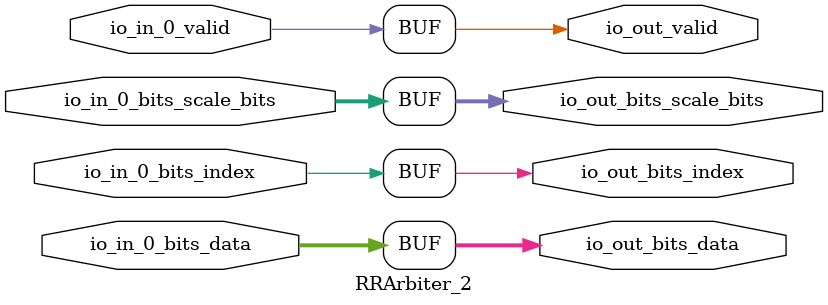
<source format=sv>
module RRArbiter_2(	// @[src/main/scala/chisel3/util/Arbiter.scala:118:7]
  input         io_in_0_valid,	// @[src/main/scala/chisel3/util/Arbiter.scala:52:14]
  input  [7:0]  io_in_0_bits_data,	// @[src/main/scala/chisel3/util/Arbiter.scala:52:14]
  input  [31:0] io_in_0_bits_scale_bits,	// @[src/main/scala/chisel3/util/Arbiter.scala:52:14]
  input         io_in_0_bits_index,	// @[src/main/scala/chisel3/util/Arbiter.scala:52:14]
  output        io_out_valid,	// @[src/main/scala/chisel3/util/Arbiter.scala:52:14]
  output [7:0]  io_out_bits_data,	// @[src/main/scala/chisel3/util/Arbiter.scala:52:14]
  output [31:0] io_out_bits_scale_bits,	// @[src/main/scala/chisel3/util/Arbiter.scala:52:14]
  output        io_out_bits_index	// @[src/main/scala/chisel3/util/Arbiter.scala:52:14]
);

  assign io_out_valid = io_in_0_valid;	// @[src/main/scala/chisel3/util/Arbiter.scala:118:7]
  assign io_out_bits_data = io_in_0_bits_data;	// @[src/main/scala/chisel3/util/Arbiter.scala:118:7]
  assign io_out_bits_scale_bits = io_in_0_bits_scale_bits;	// @[src/main/scala/chisel3/util/Arbiter.scala:118:7]
  assign io_out_bits_index = io_in_0_bits_index;	// @[src/main/scala/chisel3/util/Arbiter.scala:118:7]
endmodule


</source>
